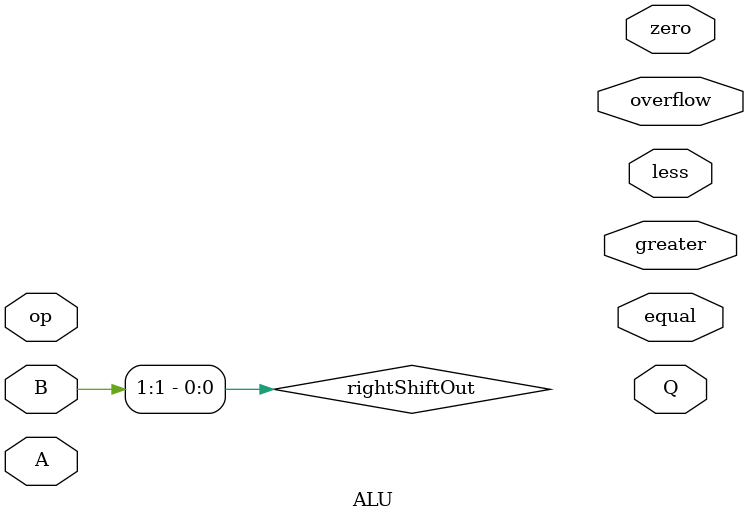
<source format=v>
module ALU(input [15:0] A,
	input [15:0] B,
	input [3:0] op,
	output [15:0] Q,
	output overflow,
	output less,
	output equal,
	output greater,
	output zero);

	wire [15:0] Bd;
	wire cin;

	// Get "true" inputs to operations used for some operations
	assign input1 = A & op[0];
	assign input2 = B ^ op[1];

	// Arithmetic operations
	assign {cout, sumout} = input1 + input2 + op[1];

	// Logic operations
	assign andOut = A & B;
	assign orOut = input1 | input2;
	assign xorOut = A ^ B;
	
	// Shift operations
	assign shiftCarry = (op[0] & B[0]) | (op[1] & B[15]);
	assign rightShiftOut = {shiftCarry, B[15:1]};
	assign leftShiftOut = {B[14:0], shiftCarry};

	// Get outputs
	
endmodule

module ALU_tests;
	reg [15:0] A;
	reg [15:0] B;
	reg [3:0] op;

	wire [15:0] Q;
	wire overflow;
	wire less;
	wire equal;
	wire greater;
	wire zero;
	
	ALU testALU(A, B, op, Q, overflow, less, equal, greater, zero);

	initial begin
		$display("Testing ALU addition");
		$display("Testing ALU subtraction");
		$display("Testing ALU negation");
		$display("Testing ALU comparison");
		$display("Testing ALU AND");
		$display("Testing ALU OR");
		$display("Testing ALU XOR");
		$display("Testing ALU complement");
		$display("Testing ALU arithmetic right shift");
		$display("Testing ALU logical right shift");
		$display("Testing ALU left rotate");
		$display("Testing ALU right rotate");
	end
endmodule

</source>
